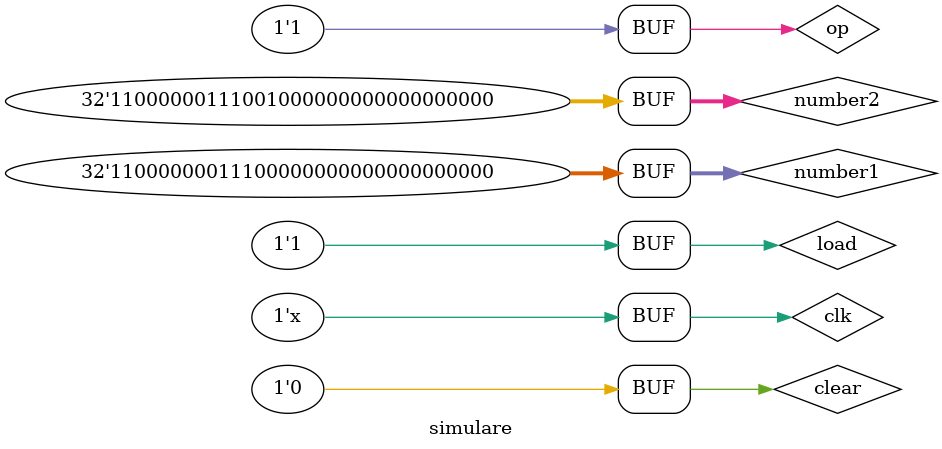
<source format=v>
`timescale 1ns / 1ps


module simulare( );
    reg[31:0] number1, number2;
    reg clear, clk, load, op;
    wire[31:0] result;
    
    always #5 clk = ~clk;
    
    top_level top(number1, number2, clear, clk, load, op, result);
    
    initial begin
       number1 = 32'b01000000011100000000000000000000; 
        number2 = 32'b01000000111001000000000000000000;
        op = 0; clear = 0; clk = 1; load = 1;
        #100 op = 1;
        #100 op = 0;
        number2 = 32'b11000000111001000000000000000000;
        #100 op = 1;
        #100 number1 = 32'b11000000011100000000000000000000;
        number2 = 32'b01000000111001000000000000000000;
        op = 0;
        #100 op = 1;
        #100 op = 0;
        number2 = 32'b11000000111001000000000000000000;
        #100 op = 1;
    end
endmodule

</source>
